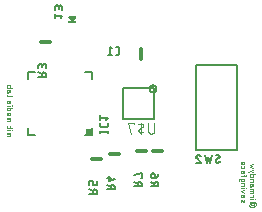
<source format=gbo>
G04 EAGLE Gerber RS-274X export*
G75*
%MOMM*%
%FSLAX34Y34*%
%LPD*%
%INBottom Silkscreen*%
%IPPOS*%
%AMOC8*
5,1,8,0,0,1.08239X$1,22.5*%
G01*
%ADD10C,0.050800*%
%ADD11C,0.304800*%
%ADD12C,0.152400*%
%ADD13C,0.076200*%
%ADD14C,0.127000*%
%ADD15R,0.762000X0.127000*%
%ADD16R,0.500000X0.500000*%

G36*
X68619Y275976D02*
X68619Y275976D01*
X68639Y275974D01*
X68740Y275999D01*
X68842Y276018D01*
X68859Y276028D01*
X68878Y276032D01*
X68966Y276088D01*
X69056Y276139D01*
X69073Y276156D01*
X69086Y276164D01*
X69106Y276189D01*
X69174Y276257D01*
X71714Y279432D01*
X71729Y279458D01*
X71750Y279480D01*
X71789Y279565D01*
X71835Y279647D01*
X71841Y279676D01*
X71853Y279703D01*
X71863Y279796D01*
X71881Y279888D01*
X71877Y279918D01*
X71880Y279947D01*
X71860Y280039D01*
X71848Y280132D01*
X71834Y280159D01*
X71828Y280188D01*
X71780Y280268D01*
X71738Y280352D01*
X71717Y280373D01*
X71702Y280399D01*
X71630Y280460D01*
X71564Y280526D01*
X71538Y280539D01*
X71515Y280559D01*
X71428Y280594D01*
X71344Y280636D01*
X71314Y280640D01*
X71287Y280651D01*
X71120Y280669D01*
X66040Y280669D01*
X66011Y280664D01*
X65981Y280667D01*
X65890Y280645D01*
X65797Y280630D01*
X65771Y280616D01*
X65742Y280609D01*
X65663Y280558D01*
X65580Y280514D01*
X65559Y280493D01*
X65534Y280477D01*
X65475Y280404D01*
X65411Y280336D01*
X65398Y280309D01*
X65379Y280286D01*
X65346Y280198D01*
X65307Y280113D01*
X65304Y280083D01*
X65293Y280056D01*
X65290Y279962D01*
X65280Y279869D01*
X65286Y279839D01*
X65285Y279810D01*
X65312Y279720D01*
X65332Y279628D01*
X65347Y279603D01*
X65356Y279574D01*
X65446Y279432D01*
X67986Y276257D01*
X68063Y276188D01*
X68136Y276115D01*
X68154Y276106D01*
X68168Y276093D01*
X68264Y276051D01*
X68356Y276005D01*
X68376Y276003D01*
X68394Y275995D01*
X68497Y275986D01*
X68600Y275972D01*
X68619Y275976D01*
G37*
D10*
X222504Y122428D02*
X222504Y121666D01*
X222502Y121612D01*
X222496Y121558D01*
X222487Y121504D01*
X222473Y121451D01*
X222456Y121400D01*
X222435Y121349D01*
X222411Y121301D01*
X222383Y121254D01*
X222352Y121209D01*
X222318Y121167D01*
X222281Y121127D01*
X222241Y121090D01*
X222199Y121056D01*
X222154Y121025D01*
X222107Y120997D01*
X222059Y120973D01*
X222008Y120952D01*
X221957Y120935D01*
X221904Y120921D01*
X221850Y120912D01*
X221796Y120906D01*
X221742Y120904D01*
X220218Y120904D01*
X220164Y120906D01*
X220110Y120912D01*
X220056Y120921D01*
X220003Y120935D01*
X219952Y120952D01*
X219901Y120973D01*
X219853Y120997D01*
X219806Y121025D01*
X219761Y121056D01*
X219719Y121090D01*
X219679Y121127D01*
X219642Y121167D01*
X219608Y121209D01*
X219577Y121254D01*
X219549Y121301D01*
X219525Y121349D01*
X219504Y121400D01*
X219487Y121451D01*
X219473Y121504D01*
X219464Y121558D01*
X219458Y121612D01*
X219456Y121666D01*
X219458Y121720D01*
X219464Y121774D01*
X219473Y121828D01*
X219487Y121881D01*
X219504Y121932D01*
X219525Y121983D01*
X219549Y122031D01*
X219577Y122078D01*
X219608Y122123D01*
X219642Y122165D01*
X219679Y122205D01*
X219719Y122242D01*
X219761Y122276D01*
X219806Y122307D01*
X219853Y122335D01*
X219901Y122359D01*
X219952Y122380D01*
X220003Y122397D01*
X220056Y122411D01*
X220110Y122420D01*
X220164Y122426D01*
X220218Y122428D01*
X220091Y122428D02*
X222504Y122428D01*
X220091Y122428D02*
X220042Y122430D01*
X219994Y122435D01*
X219946Y122445D01*
X219899Y122458D01*
X219854Y122474D01*
X219809Y122494D01*
X219767Y122517D01*
X219726Y122544D01*
X219687Y122573D01*
X219651Y122605D01*
X219617Y122641D01*
X219586Y122678D01*
X219558Y122718D01*
X219533Y122760D01*
X219512Y122803D01*
X219493Y122848D01*
X219479Y122895D01*
X219468Y122942D01*
X219460Y122990D01*
X219456Y123039D01*
X219456Y123087D01*
X219460Y123136D01*
X219468Y123184D01*
X219479Y123231D01*
X219493Y123278D01*
X219512Y123323D01*
X219533Y123366D01*
X219558Y123408D01*
X219586Y123448D01*
X219617Y123485D01*
X219651Y123521D01*
X219687Y123553D01*
X219726Y123582D01*
X219767Y123609D01*
X219809Y123632D01*
X219854Y123652D01*
X219899Y123668D01*
X219946Y123681D01*
X219994Y123691D01*
X220042Y123696D01*
X220091Y123698D01*
X221996Y123698D01*
X222085Y123696D01*
X222173Y123690D01*
X222261Y123681D01*
X222349Y123667D01*
X222436Y123650D01*
X222522Y123629D01*
X222607Y123604D01*
X222691Y123575D01*
X222774Y123543D01*
X222855Y123508D01*
X222934Y123468D01*
X223012Y123426D01*
X223088Y123380D01*
X223162Y123331D01*
X223233Y123278D01*
X223302Y123223D01*
X223369Y123164D01*
X223433Y123103D01*
X223494Y123039D01*
X223553Y122972D01*
X223608Y122903D01*
X223661Y122832D01*
X223710Y122758D01*
X223756Y122682D01*
X223798Y122604D01*
X223838Y122525D01*
X223873Y122444D01*
X223905Y122361D01*
X223934Y122277D01*
X223959Y122192D01*
X223980Y122106D01*
X223997Y122019D01*
X224011Y121931D01*
X224020Y121843D01*
X224026Y121755D01*
X224028Y121666D01*
X224026Y121577D01*
X224020Y121489D01*
X224011Y121401D01*
X223997Y121313D01*
X223980Y121226D01*
X223959Y121140D01*
X223934Y121055D01*
X223905Y120971D01*
X223873Y120888D01*
X223838Y120807D01*
X223798Y120728D01*
X223756Y120650D01*
X223710Y120574D01*
X223661Y120500D01*
X223608Y120429D01*
X223553Y120360D01*
X223494Y120293D01*
X223433Y120229D01*
X223369Y120168D01*
X223302Y120109D01*
X223233Y120054D01*
X223162Y120001D01*
X223088Y119952D01*
X223012Y119906D01*
X222934Y119864D01*
X222855Y119824D01*
X222774Y119789D01*
X222691Y119757D01*
X222607Y119728D01*
X222522Y119703D01*
X222436Y119682D01*
X222349Y119665D01*
X222261Y119651D01*
X222173Y119642D01*
X222085Y119636D01*
X221996Y119634D01*
X219837Y119634D01*
X219750Y119636D01*
X219663Y119642D01*
X219577Y119652D01*
X219491Y119666D01*
X219406Y119683D01*
X219322Y119705D01*
X219239Y119730D01*
X219157Y119759D01*
X219076Y119792D01*
X218997Y119828D01*
X218920Y119868D01*
X218845Y119912D01*
X218772Y119959D01*
X218701Y120009D01*
X218632Y120062D01*
X218566Y120118D01*
X218502Y120178D01*
X218442Y120240D01*
X218384Y120305D01*
X218329Y120372D01*
X218277Y120442D01*
X218229Y120514D01*
X218183Y120588D01*
X218142Y120664D01*
X218103Y120743D01*
X218069Y120822D01*
X218038Y120903D01*
X218010Y120986D01*
X217987Y121070D01*
X217967Y121154D01*
X217951Y121240D01*
X217939Y121326D01*
X217932Y121412D01*
X218694Y125933D02*
X221742Y125933D01*
X223012Y125806D02*
X223266Y125806D01*
X223266Y126060D01*
X223012Y126060D01*
X223012Y125806D01*
X221742Y127995D02*
X218694Y127995D01*
X221742Y127995D02*
X221742Y129519D01*
X221234Y129519D01*
X221742Y131267D02*
X218694Y131267D01*
X221742Y131267D02*
X221742Y133553D01*
X221740Y133607D01*
X221734Y133661D01*
X221725Y133715D01*
X221711Y133768D01*
X221694Y133819D01*
X221673Y133870D01*
X221649Y133918D01*
X221621Y133965D01*
X221590Y134010D01*
X221556Y134052D01*
X221519Y134092D01*
X221479Y134129D01*
X221437Y134163D01*
X221392Y134194D01*
X221345Y134222D01*
X221297Y134246D01*
X221246Y134267D01*
X221195Y134284D01*
X221142Y134298D01*
X221088Y134307D01*
X221034Y134313D01*
X220980Y134315D01*
X218694Y134315D01*
X218694Y132791D02*
X221742Y132791D01*
X220472Y137362D02*
X220472Y138505D01*
X220472Y137362D02*
X220470Y137304D01*
X220464Y137246D01*
X220455Y137189D01*
X220442Y137132D01*
X220425Y137076D01*
X220404Y137022D01*
X220380Y136969D01*
X220353Y136918D01*
X220322Y136868D01*
X220288Y136821D01*
X220251Y136776D01*
X220212Y136733D01*
X220169Y136694D01*
X220124Y136657D01*
X220077Y136623D01*
X220028Y136592D01*
X219976Y136565D01*
X219923Y136541D01*
X219869Y136520D01*
X219813Y136503D01*
X219756Y136490D01*
X219699Y136481D01*
X219641Y136475D01*
X219583Y136473D01*
X219525Y136475D01*
X219467Y136481D01*
X219410Y136490D01*
X219353Y136503D01*
X219297Y136520D01*
X219243Y136541D01*
X219190Y136565D01*
X219139Y136592D01*
X219089Y136623D01*
X219042Y136657D01*
X218997Y136694D01*
X218954Y136733D01*
X218915Y136776D01*
X218878Y136821D01*
X218844Y136868D01*
X218813Y136918D01*
X218786Y136969D01*
X218762Y137022D01*
X218741Y137076D01*
X218724Y137132D01*
X218711Y137189D01*
X218702Y137246D01*
X218696Y137304D01*
X218694Y137362D01*
X218694Y138505D01*
X220980Y138505D01*
X221034Y138503D01*
X221088Y138497D01*
X221142Y138488D01*
X221195Y138474D01*
X221246Y138457D01*
X221297Y138436D01*
X221345Y138412D01*
X221392Y138384D01*
X221437Y138353D01*
X221479Y138319D01*
X221519Y138282D01*
X221556Y138242D01*
X221590Y138200D01*
X221621Y138155D01*
X221649Y138108D01*
X221673Y138060D01*
X221694Y138009D01*
X221711Y137958D01*
X221725Y137905D01*
X221734Y137851D01*
X221740Y137797D01*
X221742Y137743D01*
X221742Y136727D01*
X221742Y140767D02*
X218694Y140767D01*
X221742Y140767D02*
X221742Y142037D01*
X221740Y142091D01*
X221734Y142145D01*
X221725Y142199D01*
X221711Y142252D01*
X221694Y142303D01*
X221673Y142354D01*
X221649Y142402D01*
X221621Y142449D01*
X221590Y142494D01*
X221556Y142536D01*
X221519Y142576D01*
X221479Y142613D01*
X221437Y142647D01*
X221392Y142678D01*
X221345Y142706D01*
X221297Y142730D01*
X221246Y142751D01*
X221195Y142768D01*
X221142Y142782D01*
X221088Y142791D01*
X221034Y142797D01*
X220980Y142799D01*
X218694Y142799D01*
X218694Y146887D02*
X223266Y146887D01*
X218694Y146887D02*
X218694Y145617D01*
X218696Y145563D01*
X218702Y145509D01*
X218711Y145455D01*
X218725Y145402D01*
X218742Y145351D01*
X218763Y145300D01*
X218787Y145252D01*
X218815Y145205D01*
X218846Y145160D01*
X218880Y145118D01*
X218917Y145078D01*
X218957Y145041D01*
X218999Y145007D01*
X219044Y144976D01*
X219091Y144948D01*
X219139Y144924D01*
X219190Y144903D01*
X219241Y144886D01*
X219294Y144872D01*
X219348Y144863D01*
X219402Y144857D01*
X219456Y144855D01*
X220980Y144855D01*
X221034Y144857D01*
X221088Y144863D01*
X221142Y144872D01*
X221195Y144886D01*
X221246Y144903D01*
X221297Y144924D01*
X221345Y144948D01*
X221392Y144976D01*
X221437Y145007D01*
X221479Y145041D01*
X221519Y145078D01*
X221556Y145118D01*
X221590Y145160D01*
X221621Y145205D01*
X221649Y145252D01*
X221673Y145300D01*
X221694Y145351D01*
X221711Y145402D01*
X221725Y145455D01*
X221734Y145509D01*
X221740Y145563D01*
X221742Y145617D01*
X221742Y146887D01*
X217170Y148844D02*
X217170Y149352D01*
X221742Y150876D01*
X221742Y148844D02*
X218694Y149860D01*
X218694Y153365D02*
X221742Y152603D01*
X220726Y154127D02*
X218694Y153365D01*
X218694Y154889D02*
X220726Y154127D01*
X221742Y155651D02*
X218694Y154889D01*
X212344Y125222D02*
X212852Y123952D01*
X212851Y123952D02*
X212872Y123906D01*
X212896Y123861D01*
X212924Y123819D01*
X212954Y123778D01*
X212988Y123740D01*
X213025Y123705D01*
X213064Y123673D01*
X213105Y123643D01*
X213149Y123618D01*
X213195Y123595D01*
X213242Y123576D01*
X213290Y123561D01*
X213340Y123550D01*
X213390Y123542D01*
X213441Y123538D01*
X213491Y123539D01*
X213542Y123543D01*
X213592Y123551D01*
X213642Y123563D01*
X213690Y123578D01*
X213737Y123598D01*
X213782Y123621D01*
X213826Y123647D01*
X213867Y123676D01*
X213906Y123709D01*
X213942Y123745D01*
X213976Y123783D01*
X214006Y123824D01*
X214033Y123866D01*
X214057Y123911D01*
X214077Y123958D01*
X214094Y124006D01*
X214107Y124055D01*
X214116Y124105D01*
X214121Y124156D01*
X214122Y124206D01*
X214118Y124313D01*
X214111Y124420D01*
X214099Y124527D01*
X214084Y124633D01*
X214064Y124738D01*
X214041Y124843D01*
X214014Y124946D01*
X213983Y125049D01*
X213948Y125150D01*
X213910Y125250D01*
X213868Y125349D01*
X212345Y125222D02*
X212324Y125268D01*
X212300Y125313D01*
X212272Y125355D01*
X212242Y125396D01*
X212208Y125434D01*
X212171Y125469D01*
X212132Y125501D01*
X212091Y125531D01*
X212047Y125556D01*
X212001Y125579D01*
X211954Y125598D01*
X211906Y125613D01*
X211856Y125624D01*
X211806Y125632D01*
X211755Y125636D01*
X211705Y125635D01*
X211654Y125631D01*
X211604Y125623D01*
X211554Y125611D01*
X211506Y125596D01*
X211459Y125576D01*
X211414Y125553D01*
X211370Y125527D01*
X211329Y125498D01*
X211290Y125465D01*
X211254Y125429D01*
X211220Y125391D01*
X211190Y125350D01*
X211163Y125308D01*
X211139Y125263D01*
X211119Y125216D01*
X211102Y125168D01*
X211089Y125119D01*
X211080Y125069D01*
X211075Y125018D01*
X211074Y124968D01*
X211073Y124968D02*
X211077Y124839D01*
X211085Y124709D01*
X211097Y124580D01*
X211112Y124451D01*
X211131Y124323D01*
X211155Y124196D01*
X211182Y124069D01*
X211212Y123943D01*
X211247Y123818D01*
X211285Y123694D01*
X211327Y123571D01*
X212852Y128396D02*
X212852Y129539D01*
X212852Y128396D02*
X212850Y128338D01*
X212844Y128280D01*
X212835Y128223D01*
X212822Y128166D01*
X212805Y128110D01*
X212784Y128056D01*
X212760Y128003D01*
X212733Y127952D01*
X212702Y127902D01*
X212668Y127855D01*
X212631Y127810D01*
X212592Y127767D01*
X212549Y127728D01*
X212504Y127691D01*
X212457Y127657D01*
X212408Y127626D01*
X212356Y127599D01*
X212303Y127575D01*
X212249Y127554D01*
X212193Y127537D01*
X212136Y127524D01*
X212079Y127515D01*
X212021Y127509D01*
X211963Y127507D01*
X211905Y127509D01*
X211847Y127515D01*
X211790Y127524D01*
X211733Y127537D01*
X211677Y127554D01*
X211623Y127575D01*
X211570Y127599D01*
X211519Y127626D01*
X211469Y127657D01*
X211422Y127691D01*
X211377Y127728D01*
X211334Y127767D01*
X211295Y127810D01*
X211258Y127855D01*
X211224Y127902D01*
X211193Y127952D01*
X211166Y128003D01*
X211142Y128056D01*
X211121Y128110D01*
X211104Y128166D01*
X211091Y128223D01*
X211082Y128280D01*
X211076Y128338D01*
X211074Y128396D01*
X211074Y129539D01*
X213360Y129539D01*
X213414Y129537D01*
X213468Y129531D01*
X213522Y129522D01*
X213575Y129508D01*
X213626Y129491D01*
X213677Y129470D01*
X213725Y129446D01*
X213772Y129418D01*
X213817Y129387D01*
X213859Y129353D01*
X213899Y129316D01*
X213936Y129276D01*
X213970Y129234D01*
X214001Y129189D01*
X214029Y129142D01*
X214053Y129094D01*
X214074Y129043D01*
X214091Y128992D01*
X214105Y128939D01*
X214114Y128885D01*
X214120Y128831D01*
X214122Y128777D01*
X214122Y127761D01*
X214122Y131496D02*
X211074Y132512D01*
X214122Y133528D01*
X214122Y135255D02*
X211074Y135255D01*
X215392Y135128D02*
X215646Y135128D01*
X215646Y135382D01*
X215392Y135382D01*
X215392Y135128D01*
X214122Y137287D02*
X211074Y137287D01*
X214122Y137287D02*
X214122Y138557D01*
X214120Y138611D01*
X214114Y138665D01*
X214105Y138719D01*
X214091Y138772D01*
X214074Y138823D01*
X214053Y138874D01*
X214029Y138922D01*
X214001Y138969D01*
X213970Y139014D01*
X213936Y139056D01*
X213899Y139096D01*
X213859Y139133D01*
X213817Y139167D01*
X213772Y139198D01*
X213725Y139226D01*
X213677Y139250D01*
X213626Y139271D01*
X213575Y139288D01*
X213522Y139302D01*
X213468Y139311D01*
X213414Y139317D01*
X213360Y139319D01*
X211074Y139319D01*
X211074Y142137D02*
X211074Y143407D01*
X211074Y142137D02*
X211076Y142083D01*
X211082Y142029D01*
X211091Y141975D01*
X211105Y141922D01*
X211122Y141871D01*
X211143Y141820D01*
X211167Y141772D01*
X211195Y141725D01*
X211226Y141680D01*
X211260Y141638D01*
X211297Y141598D01*
X211337Y141561D01*
X211379Y141527D01*
X211424Y141496D01*
X211471Y141468D01*
X211519Y141444D01*
X211570Y141423D01*
X211621Y141406D01*
X211674Y141392D01*
X211728Y141383D01*
X211782Y141377D01*
X211836Y141375D01*
X213360Y141375D01*
X213414Y141377D01*
X213468Y141383D01*
X213522Y141392D01*
X213575Y141406D01*
X213626Y141423D01*
X213677Y141444D01*
X213725Y141468D01*
X213772Y141496D01*
X213817Y141527D01*
X213859Y141561D01*
X213899Y141598D01*
X213936Y141638D01*
X213970Y141680D01*
X214001Y141725D01*
X214029Y141772D01*
X214053Y141820D01*
X214074Y141871D01*
X214091Y141922D01*
X214105Y141975D01*
X214114Y142029D01*
X214120Y142083D01*
X214122Y142137D01*
X214122Y143407D01*
X210312Y143407D01*
X210258Y143405D01*
X210204Y143399D01*
X210150Y143390D01*
X210097Y143376D01*
X210046Y143359D01*
X209995Y143338D01*
X209947Y143314D01*
X209900Y143286D01*
X209855Y143255D01*
X209813Y143221D01*
X209773Y143184D01*
X209736Y143144D01*
X209702Y143102D01*
X209671Y143057D01*
X209643Y143010D01*
X209619Y142962D01*
X209598Y142911D01*
X209581Y142860D01*
X209567Y142807D01*
X209558Y142753D01*
X209552Y142699D01*
X209550Y142645D01*
X209550Y141629D01*
X211074Y145760D02*
X214884Y145760D01*
X214938Y145762D01*
X214992Y145768D01*
X215046Y145777D01*
X215099Y145791D01*
X215150Y145808D01*
X215201Y145829D01*
X215249Y145853D01*
X215296Y145881D01*
X215341Y145912D01*
X215383Y145946D01*
X215423Y145983D01*
X215460Y146023D01*
X215494Y146065D01*
X215525Y146110D01*
X215553Y146157D01*
X215577Y146205D01*
X215598Y146256D01*
X215615Y146307D01*
X215629Y146360D01*
X215638Y146414D01*
X215644Y146468D01*
X215646Y146522D01*
X215646Y146776D01*
X214122Y146776D02*
X214122Y145252D01*
X212852Y148970D02*
X212852Y150113D01*
X212852Y148970D02*
X212850Y148912D01*
X212844Y148854D01*
X212835Y148797D01*
X212822Y148740D01*
X212805Y148684D01*
X212784Y148630D01*
X212760Y148577D01*
X212733Y148526D01*
X212702Y148476D01*
X212668Y148429D01*
X212631Y148384D01*
X212592Y148341D01*
X212549Y148302D01*
X212504Y148265D01*
X212457Y148231D01*
X212408Y148200D01*
X212356Y148173D01*
X212303Y148149D01*
X212249Y148128D01*
X212193Y148111D01*
X212136Y148098D01*
X212079Y148089D01*
X212021Y148083D01*
X211963Y148081D01*
X211905Y148083D01*
X211847Y148089D01*
X211790Y148098D01*
X211733Y148111D01*
X211677Y148128D01*
X211623Y148149D01*
X211570Y148173D01*
X211519Y148200D01*
X211469Y148231D01*
X211422Y148265D01*
X211377Y148302D01*
X211334Y148341D01*
X211295Y148384D01*
X211258Y148429D01*
X211224Y148476D01*
X211193Y148526D01*
X211166Y148577D01*
X211142Y148630D01*
X211121Y148684D01*
X211104Y148740D01*
X211091Y148797D01*
X211082Y148854D01*
X211076Y148912D01*
X211074Y148970D01*
X211074Y150113D01*
X213360Y150113D01*
X213414Y150111D01*
X213468Y150105D01*
X213522Y150096D01*
X213575Y150082D01*
X213626Y150065D01*
X213677Y150044D01*
X213725Y150020D01*
X213772Y149992D01*
X213817Y149961D01*
X213859Y149927D01*
X213899Y149890D01*
X213936Y149850D01*
X213970Y149808D01*
X214001Y149763D01*
X214029Y149716D01*
X214053Y149668D01*
X214074Y149617D01*
X214091Y149566D01*
X214105Y149513D01*
X214114Y149459D01*
X214120Y149405D01*
X214122Y149351D01*
X214122Y148335D01*
X211074Y152990D02*
X211074Y154006D01*
X211074Y152990D02*
X211076Y152936D01*
X211082Y152882D01*
X211091Y152828D01*
X211105Y152775D01*
X211122Y152724D01*
X211143Y152673D01*
X211167Y152625D01*
X211195Y152578D01*
X211226Y152533D01*
X211260Y152491D01*
X211297Y152451D01*
X211337Y152414D01*
X211379Y152380D01*
X211424Y152349D01*
X211471Y152321D01*
X211519Y152297D01*
X211570Y152276D01*
X211621Y152259D01*
X211674Y152245D01*
X211728Y152236D01*
X211782Y152230D01*
X211836Y152228D01*
X213360Y152228D01*
X213414Y152230D01*
X213468Y152236D01*
X213522Y152245D01*
X213575Y152259D01*
X213626Y152276D01*
X213677Y152297D01*
X213725Y152321D01*
X213772Y152349D01*
X213817Y152380D01*
X213859Y152414D01*
X213899Y152451D01*
X213936Y152491D01*
X213970Y152533D01*
X214001Y152578D01*
X214029Y152625D01*
X214053Y152673D01*
X214074Y152724D01*
X214091Y152775D01*
X214105Y152828D01*
X214114Y152882D01*
X214120Y152936D01*
X214122Y152990D01*
X214122Y154006D01*
X211074Y156489D02*
X211074Y157759D01*
X211074Y156489D02*
X211076Y156435D01*
X211082Y156381D01*
X211091Y156327D01*
X211105Y156274D01*
X211122Y156223D01*
X211143Y156172D01*
X211167Y156124D01*
X211195Y156077D01*
X211226Y156032D01*
X211260Y155990D01*
X211297Y155950D01*
X211337Y155913D01*
X211379Y155879D01*
X211424Y155848D01*
X211471Y155820D01*
X211519Y155796D01*
X211570Y155775D01*
X211621Y155758D01*
X211674Y155744D01*
X211728Y155735D01*
X211782Y155729D01*
X211836Y155727D01*
X213106Y155727D01*
X213169Y155729D01*
X213231Y155735D01*
X213293Y155744D01*
X213354Y155758D01*
X213414Y155775D01*
X213473Y155796D01*
X213531Y155820D01*
X213587Y155848D01*
X213641Y155879D01*
X213693Y155914D01*
X213743Y155951D01*
X213790Y155992D01*
X213835Y156036D01*
X213878Y156082D01*
X213917Y156131D01*
X213953Y156182D01*
X213986Y156235D01*
X214015Y156290D01*
X214042Y156347D01*
X214064Y156405D01*
X214083Y156465D01*
X214098Y156526D01*
X214110Y156587D01*
X214118Y156649D01*
X214122Y156712D01*
X214122Y156774D01*
X214118Y156837D01*
X214110Y156899D01*
X214098Y156960D01*
X214083Y157021D01*
X214064Y157081D01*
X214042Y157139D01*
X214015Y157196D01*
X213986Y157251D01*
X213953Y157304D01*
X213917Y157355D01*
X213878Y157404D01*
X213835Y157450D01*
X213790Y157494D01*
X213743Y157535D01*
X213693Y157572D01*
X213641Y157607D01*
X213587Y157638D01*
X213531Y157666D01*
X213473Y157690D01*
X213414Y157711D01*
X213354Y157728D01*
X213293Y157742D01*
X213231Y157751D01*
X213169Y157757D01*
X213106Y157759D01*
X212598Y157759D01*
X212598Y155727D01*
X16002Y179324D02*
X12954Y179324D01*
X16002Y179324D02*
X16002Y181610D01*
X16000Y181664D01*
X15994Y181718D01*
X15985Y181772D01*
X15971Y181825D01*
X15954Y181876D01*
X15933Y181927D01*
X15909Y181975D01*
X15881Y182022D01*
X15850Y182067D01*
X15816Y182109D01*
X15779Y182149D01*
X15739Y182186D01*
X15697Y182220D01*
X15652Y182251D01*
X15605Y182279D01*
X15557Y182303D01*
X15506Y182324D01*
X15455Y182341D01*
X15402Y182355D01*
X15348Y182364D01*
X15294Y182370D01*
X15240Y182372D01*
X12954Y182372D01*
X12954Y180848D02*
X16002Y180848D01*
X16002Y184506D02*
X12954Y184506D01*
X17272Y184379D02*
X17526Y184379D01*
X17526Y184633D01*
X17272Y184633D01*
X17272Y184379D01*
X16002Y185988D02*
X16002Y187512D01*
X17526Y186496D02*
X13716Y186496D01*
X13662Y186498D01*
X13608Y186504D01*
X13554Y186513D01*
X13501Y186527D01*
X13450Y186544D01*
X13399Y186565D01*
X13351Y186589D01*
X13304Y186617D01*
X13259Y186648D01*
X13217Y186682D01*
X13177Y186719D01*
X13140Y186759D01*
X13106Y186801D01*
X13075Y186846D01*
X13047Y186893D01*
X13023Y186941D01*
X13002Y186992D01*
X12985Y187043D01*
X12971Y187096D01*
X12962Y187150D01*
X12956Y187204D01*
X12954Y187258D01*
X12954Y187512D01*
X12954Y191973D02*
X16002Y191973D01*
X16002Y194259D01*
X16000Y194313D01*
X15994Y194367D01*
X15985Y194421D01*
X15971Y194474D01*
X15954Y194525D01*
X15933Y194576D01*
X15909Y194624D01*
X15881Y194671D01*
X15850Y194716D01*
X15816Y194758D01*
X15779Y194798D01*
X15739Y194835D01*
X15697Y194869D01*
X15652Y194900D01*
X15605Y194928D01*
X15557Y194952D01*
X15506Y194973D01*
X15455Y194990D01*
X15402Y195004D01*
X15348Y195013D01*
X15294Y195019D01*
X15240Y195021D01*
X12954Y195021D01*
X12954Y193497D02*
X16002Y193497D01*
X12954Y197967D02*
X12954Y199237D01*
X12954Y197967D02*
X12956Y197913D01*
X12962Y197859D01*
X12971Y197805D01*
X12985Y197752D01*
X13002Y197701D01*
X13023Y197650D01*
X13047Y197602D01*
X13075Y197555D01*
X13106Y197510D01*
X13140Y197468D01*
X13177Y197428D01*
X13217Y197391D01*
X13259Y197357D01*
X13304Y197326D01*
X13351Y197298D01*
X13399Y197274D01*
X13450Y197253D01*
X13501Y197236D01*
X13554Y197222D01*
X13608Y197213D01*
X13662Y197207D01*
X13716Y197205D01*
X14986Y197205D01*
X15049Y197207D01*
X15111Y197213D01*
X15173Y197222D01*
X15234Y197236D01*
X15294Y197253D01*
X15353Y197274D01*
X15411Y197298D01*
X15467Y197326D01*
X15521Y197357D01*
X15573Y197392D01*
X15623Y197429D01*
X15670Y197470D01*
X15715Y197514D01*
X15758Y197560D01*
X15797Y197609D01*
X15833Y197660D01*
X15866Y197713D01*
X15895Y197768D01*
X15922Y197825D01*
X15944Y197883D01*
X15963Y197943D01*
X15978Y198004D01*
X15990Y198065D01*
X15998Y198127D01*
X16002Y198190D01*
X16002Y198252D01*
X15998Y198315D01*
X15990Y198377D01*
X15978Y198438D01*
X15963Y198499D01*
X15944Y198559D01*
X15922Y198617D01*
X15895Y198674D01*
X15866Y198729D01*
X15833Y198782D01*
X15797Y198833D01*
X15758Y198882D01*
X15715Y198928D01*
X15670Y198972D01*
X15623Y199013D01*
X15573Y199050D01*
X15521Y199085D01*
X15467Y199116D01*
X15411Y199144D01*
X15353Y199168D01*
X15294Y199189D01*
X15234Y199206D01*
X15173Y199220D01*
X15111Y199229D01*
X15049Y199235D01*
X14986Y199237D01*
X14478Y199237D01*
X14478Y197205D01*
X12954Y203173D02*
X17526Y203173D01*
X12954Y203173D02*
X12954Y201903D01*
X12956Y201849D01*
X12962Y201795D01*
X12971Y201741D01*
X12985Y201688D01*
X13002Y201637D01*
X13023Y201586D01*
X13047Y201538D01*
X13075Y201491D01*
X13106Y201446D01*
X13140Y201404D01*
X13177Y201364D01*
X13217Y201327D01*
X13259Y201293D01*
X13304Y201262D01*
X13351Y201234D01*
X13399Y201210D01*
X13450Y201189D01*
X13501Y201172D01*
X13554Y201158D01*
X13608Y201149D01*
X13662Y201143D01*
X13716Y201141D01*
X15240Y201141D01*
X15294Y201143D01*
X15348Y201149D01*
X15402Y201158D01*
X15455Y201172D01*
X15506Y201189D01*
X15557Y201210D01*
X15605Y201234D01*
X15652Y201262D01*
X15697Y201293D01*
X15739Y201327D01*
X15779Y201364D01*
X15816Y201404D01*
X15850Y201446D01*
X15881Y201491D01*
X15909Y201538D01*
X15933Y201586D01*
X15954Y201637D01*
X15971Y201688D01*
X15985Y201741D01*
X15994Y201795D01*
X16000Y201849D01*
X16002Y201903D01*
X16002Y203173D01*
X16002Y205232D02*
X12954Y205232D01*
X17272Y205105D02*
X17526Y205105D01*
X17526Y205359D01*
X17272Y205359D01*
X17272Y205105D01*
X14732Y207974D02*
X14732Y209117D01*
X14732Y207974D02*
X14730Y207916D01*
X14724Y207858D01*
X14715Y207801D01*
X14702Y207744D01*
X14685Y207688D01*
X14664Y207634D01*
X14640Y207581D01*
X14613Y207530D01*
X14582Y207480D01*
X14548Y207433D01*
X14511Y207388D01*
X14472Y207345D01*
X14429Y207306D01*
X14384Y207269D01*
X14337Y207235D01*
X14288Y207204D01*
X14236Y207177D01*
X14183Y207153D01*
X14129Y207132D01*
X14073Y207115D01*
X14016Y207102D01*
X13959Y207093D01*
X13901Y207087D01*
X13843Y207085D01*
X13785Y207087D01*
X13727Y207093D01*
X13670Y207102D01*
X13613Y207115D01*
X13557Y207132D01*
X13503Y207153D01*
X13450Y207177D01*
X13399Y207204D01*
X13349Y207235D01*
X13302Y207269D01*
X13257Y207306D01*
X13214Y207345D01*
X13175Y207388D01*
X13138Y207433D01*
X13104Y207480D01*
X13073Y207530D01*
X13046Y207581D01*
X13022Y207634D01*
X13001Y207688D01*
X12984Y207744D01*
X12971Y207801D01*
X12962Y207858D01*
X12956Y207916D01*
X12954Y207974D01*
X12954Y209117D01*
X15240Y209117D01*
X15294Y209115D01*
X15348Y209109D01*
X15402Y209100D01*
X15455Y209086D01*
X15506Y209069D01*
X15557Y209048D01*
X15605Y209024D01*
X15652Y208996D01*
X15697Y208965D01*
X15739Y208931D01*
X15779Y208894D01*
X15816Y208854D01*
X15850Y208812D01*
X15881Y208767D01*
X15909Y208720D01*
X15933Y208672D01*
X15954Y208621D01*
X15971Y208570D01*
X15985Y208517D01*
X15994Y208463D01*
X16000Y208409D01*
X16002Y208355D01*
X16002Y207339D01*
X17526Y213713D02*
X13716Y213713D01*
X13662Y213715D01*
X13608Y213721D01*
X13554Y213730D01*
X13501Y213744D01*
X13450Y213761D01*
X13399Y213782D01*
X13351Y213806D01*
X13304Y213834D01*
X13259Y213865D01*
X13217Y213899D01*
X13177Y213936D01*
X13140Y213976D01*
X13106Y214018D01*
X13075Y214063D01*
X13047Y214110D01*
X13023Y214158D01*
X13002Y214209D01*
X12985Y214260D01*
X12971Y214313D01*
X12962Y214367D01*
X12956Y214421D01*
X12954Y214475D01*
X14732Y216965D02*
X14732Y218108D01*
X14732Y216965D02*
X14730Y216907D01*
X14724Y216849D01*
X14715Y216792D01*
X14702Y216735D01*
X14685Y216679D01*
X14664Y216625D01*
X14640Y216572D01*
X14613Y216521D01*
X14582Y216471D01*
X14548Y216424D01*
X14511Y216379D01*
X14472Y216336D01*
X14429Y216297D01*
X14384Y216260D01*
X14337Y216226D01*
X14288Y216195D01*
X14236Y216168D01*
X14183Y216144D01*
X14129Y216123D01*
X14073Y216106D01*
X14016Y216093D01*
X13959Y216084D01*
X13901Y216078D01*
X13843Y216076D01*
X13785Y216078D01*
X13727Y216084D01*
X13670Y216093D01*
X13613Y216106D01*
X13557Y216123D01*
X13503Y216144D01*
X13450Y216168D01*
X13399Y216195D01*
X13349Y216226D01*
X13302Y216260D01*
X13257Y216297D01*
X13214Y216336D01*
X13175Y216379D01*
X13138Y216424D01*
X13104Y216471D01*
X13073Y216521D01*
X13046Y216572D01*
X13022Y216625D01*
X13001Y216679D01*
X12984Y216735D01*
X12971Y216792D01*
X12962Y216849D01*
X12956Y216907D01*
X12954Y216965D01*
X12954Y218108D01*
X15240Y218108D01*
X15294Y218106D01*
X15348Y218100D01*
X15402Y218091D01*
X15455Y218077D01*
X15506Y218060D01*
X15557Y218039D01*
X15605Y218015D01*
X15652Y217987D01*
X15697Y217956D01*
X15739Y217922D01*
X15779Y217885D01*
X15816Y217845D01*
X15850Y217803D01*
X15881Y217758D01*
X15909Y217711D01*
X15933Y217663D01*
X15954Y217612D01*
X15971Y217561D01*
X15985Y217508D01*
X15994Y217454D01*
X16000Y217400D01*
X16002Y217346D01*
X16002Y216330D01*
X17526Y220396D02*
X12954Y220396D01*
X12954Y221666D01*
X12956Y221720D01*
X12962Y221774D01*
X12971Y221828D01*
X12985Y221881D01*
X13002Y221932D01*
X13023Y221983D01*
X13047Y222031D01*
X13075Y222078D01*
X13106Y222123D01*
X13140Y222165D01*
X13177Y222205D01*
X13217Y222242D01*
X13259Y222276D01*
X13304Y222307D01*
X13351Y222335D01*
X13399Y222359D01*
X13450Y222380D01*
X13501Y222397D01*
X13554Y222411D01*
X13608Y222420D01*
X13662Y222426D01*
X13716Y222428D01*
X15240Y222428D01*
X15294Y222426D01*
X15348Y222420D01*
X15402Y222411D01*
X15455Y222397D01*
X15506Y222380D01*
X15557Y222359D01*
X15605Y222335D01*
X15652Y222307D01*
X15697Y222276D01*
X15739Y222242D01*
X15779Y222205D01*
X15816Y222165D01*
X15850Y222123D01*
X15881Y222078D01*
X15909Y222031D01*
X15933Y221983D01*
X15954Y221932D01*
X15971Y221881D01*
X15985Y221828D01*
X15994Y221774D01*
X16000Y221720D01*
X16002Y221666D01*
X16002Y220396D01*
D11*
X100140Y163830D02*
X108140Y163830D01*
D12*
X104648Y134383D02*
X98044Y134383D01*
X104648Y134383D02*
X104648Y136217D01*
X104646Y136302D01*
X104640Y136386D01*
X104630Y136470D01*
X104617Y136554D01*
X104599Y136637D01*
X104578Y136719D01*
X104553Y136800D01*
X104524Y136880D01*
X104492Y136958D01*
X104456Y137034D01*
X104416Y137109D01*
X104373Y137182D01*
X104327Y137253D01*
X104278Y137322D01*
X104225Y137389D01*
X104169Y137453D01*
X104111Y137514D01*
X104050Y137572D01*
X103986Y137628D01*
X103919Y137681D01*
X103850Y137730D01*
X103779Y137776D01*
X103706Y137819D01*
X103631Y137859D01*
X103555Y137895D01*
X103477Y137927D01*
X103397Y137956D01*
X103316Y137981D01*
X103234Y138002D01*
X103151Y138020D01*
X103067Y138033D01*
X102983Y138043D01*
X102899Y138049D01*
X102814Y138051D01*
X102729Y138049D01*
X102645Y138043D01*
X102561Y138033D01*
X102477Y138020D01*
X102394Y138002D01*
X102312Y137981D01*
X102231Y137956D01*
X102151Y137927D01*
X102073Y137895D01*
X101997Y137859D01*
X101922Y137819D01*
X101849Y137776D01*
X101778Y137730D01*
X101709Y137681D01*
X101642Y137628D01*
X101578Y137572D01*
X101517Y137514D01*
X101459Y137453D01*
X101403Y137389D01*
X101350Y137322D01*
X101301Y137253D01*
X101255Y137182D01*
X101212Y137109D01*
X101172Y137034D01*
X101136Y136958D01*
X101104Y136880D01*
X101075Y136800D01*
X101050Y136719D01*
X101029Y136637D01*
X101011Y136554D01*
X100998Y136470D01*
X100988Y136386D01*
X100982Y136302D01*
X100980Y136217D01*
X100979Y136217D02*
X100979Y134383D01*
X100979Y136584D02*
X98044Y138052D01*
X99512Y141619D02*
X104648Y143087D01*
X99512Y141619D02*
X99512Y145288D01*
X100979Y144187D02*
X98044Y144187D01*
D11*
X92900Y160020D02*
X84900Y160020D01*
D12*
X82804Y130573D02*
X89408Y130573D01*
X89408Y132407D01*
X89406Y132492D01*
X89400Y132576D01*
X89390Y132660D01*
X89377Y132744D01*
X89359Y132827D01*
X89338Y132909D01*
X89313Y132990D01*
X89284Y133070D01*
X89252Y133148D01*
X89216Y133224D01*
X89176Y133299D01*
X89133Y133372D01*
X89087Y133443D01*
X89038Y133512D01*
X88985Y133579D01*
X88929Y133643D01*
X88871Y133704D01*
X88810Y133762D01*
X88746Y133818D01*
X88679Y133871D01*
X88610Y133920D01*
X88539Y133966D01*
X88466Y134009D01*
X88391Y134049D01*
X88315Y134085D01*
X88237Y134117D01*
X88157Y134146D01*
X88076Y134171D01*
X87994Y134192D01*
X87911Y134210D01*
X87827Y134223D01*
X87743Y134233D01*
X87659Y134239D01*
X87574Y134241D01*
X87489Y134239D01*
X87405Y134233D01*
X87321Y134223D01*
X87237Y134210D01*
X87154Y134192D01*
X87072Y134171D01*
X86991Y134146D01*
X86911Y134117D01*
X86833Y134085D01*
X86757Y134049D01*
X86682Y134009D01*
X86609Y133966D01*
X86538Y133920D01*
X86469Y133871D01*
X86402Y133818D01*
X86338Y133762D01*
X86277Y133704D01*
X86219Y133643D01*
X86163Y133579D01*
X86110Y133512D01*
X86061Y133443D01*
X86015Y133372D01*
X85972Y133299D01*
X85932Y133224D01*
X85896Y133148D01*
X85864Y133070D01*
X85835Y132990D01*
X85810Y132909D01*
X85789Y132827D01*
X85771Y132744D01*
X85758Y132660D01*
X85748Y132576D01*
X85742Y132492D01*
X85740Y132407D01*
X85739Y132407D02*
X85739Y130573D01*
X85739Y132774D02*
X82804Y134242D01*
X82804Y137809D02*
X82804Y140010D01*
X82806Y140084D01*
X82812Y140159D01*
X82821Y140232D01*
X82834Y140306D01*
X82851Y140378D01*
X82871Y140449D01*
X82895Y140520D01*
X82923Y140589D01*
X82954Y140656D01*
X82988Y140722D01*
X83026Y140787D01*
X83067Y140849D01*
X83111Y140909D01*
X83158Y140966D01*
X83208Y141021D01*
X83261Y141074D01*
X83316Y141124D01*
X83373Y141171D01*
X83433Y141215D01*
X83495Y141256D01*
X83560Y141294D01*
X83625Y141328D01*
X83693Y141359D01*
X83762Y141387D01*
X83833Y141411D01*
X83904Y141431D01*
X83976Y141448D01*
X84050Y141461D01*
X84123Y141470D01*
X84198Y141476D01*
X84272Y141478D01*
X85005Y141478D01*
X85079Y141476D01*
X85154Y141470D01*
X85227Y141461D01*
X85301Y141448D01*
X85373Y141431D01*
X85444Y141411D01*
X85515Y141387D01*
X85584Y141359D01*
X85651Y141328D01*
X85717Y141294D01*
X85782Y141256D01*
X85844Y141215D01*
X85904Y141171D01*
X85961Y141124D01*
X86016Y141074D01*
X86069Y141021D01*
X86119Y140966D01*
X86166Y140909D01*
X86210Y140849D01*
X86251Y140787D01*
X86289Y140722D01*
X86323Y140656D01*
X86354Y140589D01*
X86382Y140520D01*
X86406Y140449D01*
X86426Y140378D01*
X86443Y140306D01*
X86456Y140232D01*
X86465Y140159D01*
X86471Y140084D01*
X86473Y140010D01*
X86473Y137809D01*
X89408Y137809D01*
X89408Y141478D01*
X111460Y220010D02*
X137460Y220010D01*
X111460Y220010D02*
X111460Y194010D01*
X137460Y194010D01*
X137460Y220010D01*
X134045Y219510D02*
X134047Y219618D01*
X134053Y219725D01*
X134063Y219833D01*
X134077Y219939D01*
X134095Y220046D01*
X134116Y220151D01*
X134142Y220256D01*
X134171Y220359D01*
X134205Y220462D01*
X134242Y220563D01*
X134283Y220663D01*
X134327Y220761D01*
X134375Y220857D01*
X134427Y220952D01*
X134482Y221045D01*
X134540Y221135D01*
X134602Y221223D01*
X134667Y221309D01*
X134735Y221393D01*
X134806Y221474D01*
X134880Y221552D01*
X134957Y221628D01*
X135036Y221700D01*
X135119Y221770D01*
X135203Y221836D01*
X135290Y221900D01*
X135380Y221960D01*
X135472Y222016D01*
X135565Y222070D01*
X135661Y222119D01*
X135758Y222166D01*
X135857Y222208D01*
X135957Y222247D01*
X136059Y222282D01*
X136162Y222314D01*
X136266Y222341D01*
X136372Y222365D01*
X136477Y222385D01*
X136584Y222401D01*
X136691Y222413D01*
X136798Y222421D01*
X136906Y222425D01*
X137014Y222425D01*
X137122Y222421D01*
X137229Y222413D01*
X137336Y222401D01*
X137443Y222385D01*
X137548Y222365D01*
X137654Y222341D01*
X137758Y222314D01*
X137861Y222282D01*
X137963Y222247D01*
X138063Y222208D01*
X138162Y222166D01*
X138259Y222119D01*
X138355Y222070D01*
X138448Y222016D01*
X138540Y221960D01*
X138630Y221900D01*
X138717Y221836D01*
X138801Y221770D01*
X138884Y221700D01*
X138963Y221628D01*
X139040Y221552D01*
X139114Y221474D01*
X139185Y221393D01*
X139253Y221309D01*
X139318Y221223D01*
X139380Y221135D01*
X139438Y221045D01*
X139493Y220952D01*
X139545Y220857D01*
X139593Y220761D01*
X139637Y220663D01*
X139678Y220563D01*
X139715Y220462D01*
X139749Y220359D01*
X139778Y220256D01*
X139804Y220151D01*
X139825Y220046D01*
X139843Y219939D01*
X139857Y219833D01*
X139867Y219725D01*
X139873Y219618D01*
X139875Y219510D01*
X139873Y219402D01*
X139867Y219295D01*
X139857Y219187D01*
X139843Y219081D01*
X139825Y218974D01*
X139804Y218869D01*
X139778Y218764D01*
X139749Y218661D01*
X139715Y218558D01*
X139678Y218457D01*
X139637Y218357D01*
X139593Y218259D01*
X139545Y218163D01*
X139493Y218068D01*
X139438Y217975D01*
X139380Y217885D01*
X139318Y217797D01*
X139253Y217711D01*
X139185Y217627D01*
X139114Y217546D01*
X139040Y217468D01*
X138963Y217392D01*
X138884Y217320D01*
X138801Y217250D01*
X138717Y217184D01*
X138630Y217120D01*
X138540Y217060D01*
X138448Y217004D01*
X138355Y216950D01*
X138259Y216901D01*
X138162Y216854D01*
X138063Y216812D01*
X137963Y216773D01*
X137861Y216738D01*
X137758Y216706D01*
X137654Y216679D01*
X137548Y216655D01*
X137443Y216635D01*
X137336Y216619D01*
X137229Y216607D01*
X137122Y216599D01*
X137014Y216595D01*
X136906Y216595D01*
X136798Y216599D01*
X136691Y216607D01*
X136584Y216619D01*
X136477Y216635D01*
X136372Y216655D01*
X136266Y216679D01*
X136162Y216706D01*
X136059Y216738D01*
X135957Y216773D01*
X135857Y216812D01*
X135758Y216854D01*
X135661Y216901D01*
X135565Y216950D01*
X135472Y217004D01*
X135380Y217060D01*
X135290Y217120D01*
X135203Y217184D01*
X135119Y217250D01*
X135036Y217320D01*
X134957Y217392D01*
X134880Y217468D01*
X134806Y217546D01*
X134735Y217627D01*
X134667Y217711D01*
X134602Y217797D01*
X134540Y217885D01*
X134482Y217975D01*
X134427Y218068D01*
X134375Y218163D01*
X134327Y218259D01*
X134283Y218357D01*
X134242Y218457D01*
X134205Y218558D01*
X134171Y218661D01*
X134142Y218764D01*
X134116Y218869D01*
X134095Y218974D01*
X134077Y219081D01*
X134063Y219187D01*
X134053Y219295D01*
X134047Y219402D01*
X134045Y219510D01*
D13*
X138079Y190789D02*
X138079Y184002D01*
X138077Y183901D01*
X138071Y183800D01*
X138061Y183699D01*
X138048Y183599D01*
X138030Y183499D01*
X138009Y183400D01*
X137983Y183302D01*
X137954Y183205D01*
X137922Y183109D01*
X137885Y183015D01*
X137845Y182922D01*
X137801Y182830D01*
X137754Y182741D01*
X137703Y182653D01*
X137649Y182567D01*
X137592Y182484D01*
X137532Y182402D01*
X137468Y182324D01*
X137402Y182247D01*
X137332Y182174D01*
X137260Y182103D01*
X137185Y182035D01*
X137107Y181970D01*
X137027Y181908D01*
X136945Y181849D01*
X136860Y181793D01*
X136773Y181741D01*
X136685Y181692D01*
X136594Y181646D01*
X136502Y181605D01*
X136408Y181566D01*
X136313Y181532D01*
X136217Y181501D01*
X136119Y181474D01*
X136021Y181450D01*
X135921Y181431D01*
X135821Y181415D01*
X135721Y181403D01*
X135620Y181395D01*
X135519Y181391D01*
X135417Y181391D01*
X135316Y181395D01*
X135215Y181403D01*
X135115Y181415D01*
X135015Y181431D01*
X134915Y181450D01*
X134817Y181474D01*
X134719Y181501D01*
X134623Y181532D01*
X134528Y181566D01*
X134434Y181605D01*
X134342Y181646D01*
X134251Y181692D01*
X134163Y181741D01*
X134076Y181793D01*
X133991Y181849D01*
X133909Y181908D01*
X133829Y181970D01*
X133751Y182035D01*
X133676Y182103D01*
X133604Y182174D01*
X133534Y182247D01*
X133468Y182324D01*
X133404Y182402D01*
X133344Y182484D01*
X133287Y182567D01*
X133233Y182653D01*
X133182Y182741D01*
X133135Y182830D01*
X133091Y182922D01*
X133051Y183015D01*
X133014Y183109D01*
X132982Y183205D01*
X132953Y183302D01*
X132927Y183400D01*
X132906Y183499D01*
X132888Y183599D01*
X132875Y183699D01*
X132865Y183800D01*
X132859Y183901D01*
X132857Y184002D01*
X132858Y184002D02*
X132858Y190789D01*
X126629Y190789D02*
X126629Y181391D01*
X126629Y186090D02*
X127935Y186873D01*
X128000Y186915D01*
X128063Y186959D01*
X128123Y187006D01*
X128182Y187057D01*
X128237Y187110D01*
X128290Y187166D01*
X128340Y187225D01*
X128388Y187285D01*
X128432Y187349D01*
X128473Y187414D01*
X128511Y187481D01*
X128545Y187550D01*
X128576Y187620D01*
X128603Y187693D01*
X128627Y187766D01*
X128647Y187840D01*
X128664Y187915D01*
X128676Y187991D01*
X128685Y188068D01*
X128691Y188145D01*
X128692Y188222D01*
X128690Y188299D01*
X128683Y188376D01*
X128673Y188452D01*
X128659Y188528D01*
X128642Y188603D01*
X128621Y188677D01*
X128596Y188750D01*
X128568Y188822D01*
X128536Y188892D01*
X128500Y188960D01*
X128462Y189027D01*
X128420Y189091D01*
X128375Y189154D01*
X128327Y189214D01*
X128276Y189272D01*
X128222Y189327D01*
X128165Y189380D01*
X128106Y189429D01*
X128045Y189476D01*
X127982Y189519D01*
X127916Y189560D01*
X127848Y189597D01*
X127779Y189630D01*
X127708Y189661D01*
X127636Y189687D01*
X127562Y189710D01*
X127488Y189730D01*
X127412Y189746D01*
X127413Y189746D02*
X127290Y189766D01*
X127167Y189783D01*
X127043Y189796D01*
X126919Y189805D01*
X126795Y189811D01*
X126671Y189813D01*
X126547Y189811D01*
X126422Y189806D01*
X126298Y189796D01*
X126175Y189783D01*
X126052Y189767D01*
X125929Y189746D01*
X125807Y189722D01*
X125686Y189694D01*
X125566Y189663D01*
X125446Y189628D01*
X125328Y189590D01*
X125211Y189548D01*
X125096Y189502D01*
X124981Y189453D01*
X124869Y189401D01*
X124757Y189345D01*
X124648Y189286D01*
X124541Y189223D01*
X126629Y186090D02*
X125324Y185307D01*
X125323Y185307D02*
X125258Y185265D01*
X125195Y185221D01*
X125135Y185174D01*
X125076Y185123D01*
X125021Y185070D01*
X124968Y185014D01*
X124918Y184955D01*
X124870Y184895D01*
X124826Y184831D01*
X124785Y184766D01*
X124747Y184699D01*
X124713Y184630D01*
X124682Y184560D01*
X124655Y184487D01*
X124631Y184414D01*
X124611Y184340D01*
X124594Y184265D01*
X124582Y184189D01*
X124573Y184112D01*
X124567Y184035D01*
X124566Y183958D01*
X124568Y183881D01*
X124575Y183804D01*
X124585Y183728D01*
X124599Y183652D01*
X124616Y183577D01*
X124637Y183503D01*
X124662Y183430D01*
X124690Y183358D01*
X124722Y183288D01*
X124758Y183220D01*
X124796Y183153D01*
X124838Y183089D01*
X124883Y183026D01*
X124931Y182966D01*
X124982Y182908D01*
X125036Y182853D01*
X125093Y182800D01*
X125152Y182751D01*
X125213Y182704D01*
X125276Y182661D01*
X125342Y182620D01*
X125410Y182583D01*
X125479Y182550D01*
X125550Y182519D01*
X125622Y182493D01*
X125696Y182470D01*
X125770Y182450D01*
X125846Y182434D01*
X125847Y182435D02*
X125969Y182415D01*
X126092Y182398D01*
X126216Y182385D01*
X126340Y182376D01*
X126464Y182370D01*
X126588Y182368D01*
X126712Y182370D01*
X126837Y182375D01*
X126961Y182385D01*
X127084Y182398D01*
X127207Y182414D01*
X127330Y182435D01*
X127452Y182459D01*
X127573Y182486D01*
X127693Y182518D01*
X127812Y182553D01*
X127931Y182591D01*
X128048Y182633D01*
X128163Y182679D01*
X128277Y182728D01*
X128390Y182780D01*
X128501Y182836D01*
X128610Y182895D01*
X128718Y182957D01*
X120705Y189745D02*
X120705Y190789D01*
X115484Y190789D01*
X118095Y181391D01*
D14*
X208000Y167200D02*
X208000Y239200D01*
X173000Y239200D01*
X173000Y167200D01*
X208000Y167200D01*
D12*
X191427Y156974D02*
X191353Y156976D01*
X191278Y156982D01*
X191205Y156991D01*
X191131Y157004D01*
X191059Y157021D01*
X190988Y157041D01*
X190917Y157065D01*
X190848Y157093D01*
X190781Y157124D01*
X190715Y157158D01*
X190650Y157196D01*
X190588Y157237D01*
X190528Y157281D01*
X190471Y157328D01*
X190416Y157378D01*
X190363Y157431D01*
X190313Y157486D01*
X190266Y157543D01*
X190222Y157603D01*
X190181Y157665D01*
X190143Y157730D01*
X190109Y157796D01*
X190078Y157863D01*
X190050Y157932D01*
X190026Y158003D01*
X190006Y158074D01*
X189989Y158146D01*
X189976Y158220D01*
X189967Y158293D01*
X189961Y158368D01*
X189959Y158442D01*
X191427Y156974D02*
X191538Y156976D01*
X191649Y156982D01*
X191760Y156992D01*
X191871Y157006D01*
X191980Y157024D01*
X192089Y157046D01*
X192198Y157071D01*
X192305Y157101D01*
X192411Y157134D01*
X192516Y157172D01*
X192619Y157212D01*
X192721Y157257D01*
X192821Y157305D01*
X192920Y157357D01*
X193016Y157412D01*
X193111Y157471D01*
X193203Y157533D01*
X193293Y157599D01*
X193381Y157667D01*
X193466Y157739D01*
X193548Y157814D01*
X193628Y157891D01*
X193445Y162110D02*
X193443Y162184D01*
X193437Y162259D01*
X193428Y162332D01*
X193415Y162406D01*
X193398Y162478D01*
X193378Y162549D01*
X193354Y162620D01*
X193326Y162689D01*
X193295Y162756D01*
X193261Y162822D01*
X193223Y162887D01*
X193182Y162949D01*
X193138Y163009D01*
X193091Y163066D01*
X193041Y163121D01*
X192988Y163174D01*
X192933Y163224D01*
X192876Y163271D01*
X192816Y163315D01*
X192754Y163356D01*
X192689Y163394D01*
X192623Y163428D01*
X192556Y163459D01*
X192487Y163487D01*
X192416Y163511D01*
X192345Y163531D01*
X192273Y163548D01*
X192199Y163561D01*
X192126Y163570D01*
X192051Y163576D01*
X191977Y163578D01*
X191873Y163576D01*
X191769Y163570D01*
X191665Y163560D01*
X191562Y163547D01*
X191459Y163529D01*
X191357Y163507D01*
X191256Y163482D01*
X191156Y163453D01*
X191057Y163420D01*
X190960Y163383D01*
X190864Y163343D01*
X190769Y163299D01*
X190677Y163251D01*
X190586Y163201D01*
X190497Y163146D01*
X190410Y163089D01*
X190326Y163028D01*
X192711Y160825D02*
X192774Y160864D01*
X192834Y160906D01*
X192893Y160951D01*
X192949Y160999D01*
X193002Y161050D01*
X193053Y161103D01*
X193102Y161158D01*
X193147Y161216D01*
X193190Y161276D01*
X193230Y161338D01*
X193266Y161402D01*
X193300Y161468D01*
X193330Y161536D01*
X193357Y161604D01*
X193380Y161674D01*
X193400Y161745D01*
X193416Y161817D01*
X193429Y161890D01*
X193438Y161963D01*
X193443Y162036D01*
X193445Y162110D01*
X190693Y159727D02*
X190630Y159688D01*
X190570Y159646D01*
X190512Y159601D01*
X190455Y159553D01*
X190402Y159502D01*
X190351Y159449D01*
X190302Y159394D01*
X190257Y159336D01*
X190214Y159276D01*
X190174Y159214D01*
X190138Y159150D01*
X190104Y159084D01*
X190074Y159016D01*
X190047Y158948D01*
X190024Y158878D01*
X190004Y158807D01*
X189988Y158735D01*
X189975Y158662D01*
X189966Y158589D01*
X189961Y158516D01*
X189959Y158442D01*
X190693Y159726D02*
X192711Y160826D01*
X186682Y163578D02*
X185215Y156974D01*
X183747Y161377D01*
X182279Y156974D01*
X180812Y163578D01*
X175273Y163578D02*
X175194Y163576D01*
X175116Y163571D01*
X175038Y163561D01*
X174961Y163548D01*
X174884Y163531D01*
X174808Y163511D01*
X174733Y163487D01*
X174659Y163460D01*
X174587Y163429D01*
X174516Y163394D01*
X174448Y163357D01*
X174380Y163316D01*
X174315Y163272D01*
X174252Y163225D01*
X174192Y163175D01*
X174134Y163122D01*
X174078Y163066D01*
X174025Y163008D01*
X173975Y162948D01*
X173928Y162885D01*
X173884Y162820D01*
X173843Y162753D01*
X173806Y162684D01*
X173771Y162613D01*
X173740Y162541D01*
X173713Y162467D01*
X173689Y162392D01*
X173669Y162316D01*
X173652Y162239D01*
X173639Y162162D01*
X173629Y162084D01*
X173624Y162006D01*
X173622Y161927D01*
X175273Y163578D02*
X175362Y163576D01*
X175451Y163571D01*
X175539Y163561D01*
X175627Y163548D01*
X175714Y163532D01*
X175801Y163511D01*
X175886Y163487D01*
X175971Y163460D01*
X176054Y163429D01*
X176136Y163394D01*
X176217Y163356D01*
X176296Y163315D01*
X176372Y163271D01*
X176448Y163223D01*
X176521Y163172D01*
X176591Y163119D01*
X176660Y163062D01*
X176726Y163002D01*
X176789Y162940D01*
X176850Y162875D01*
X176908Y162808D01*
X176963Y162738D01*
X177016Y162666D01*
X177065Y162592D01*
X177111Y162516D01*
X177153Y162438D01*
X177193Y162358D01*
X177229Y162277D01*
X177262Y162194D01*
X177291Y162110D01*
X174172Y160643D02*
X174116Y160699D01*
X174062Y160758D01*
X174011Y160819D01*
X173962Y160883D01*
X173917Y160948D01*
X173874Y161016D01*
X173835Y161085D01*
X173798Y161156D01*
X173765Y161229D01*
X173736Y161303D01*
X173709Y161378D01*
X173686Y161454D01*
X173667Y161532D01*
X173651Y161610D01*
X173638Y161688D01*
X173629Y161768D01*
X173624Y161847D01*
X173622Y161927D01*
X174172Y160643D02*
X177291Y156974D01*
X173622Y156974D01*
D11*
X49720Y259080D02*
X41720Y259080D01*
D12*
X39624Y229633D02*
X46228Y229633D01*
X46228Y231467D01*
X46226Y231552D01*
X46220Y231636D01*
X46210Y231720D01*
X46197Y231804D01*
X46179Y231887D01*
X46158Y231969D01*
X46133Y232050D01*
X46104Y232130D01*
X46072Y232208D01*
X46036Y232284D01*
X45996Y232359D01*
X45953Y232432D01*
X45907Y232503D01*
X45858Y232572D01*
X45805Y232639D01*
X45749Y232703D01*
X45691Y232764D01*
X45630Y232822D01*
X45566Y232878D01*
X45499Y232931D01*
X45430Y232980D01*
X45359Y233026D01*
X45286Y233069D01*
X45211Y233109D01*
X45135Y233145D01*
X45057Y233177D01*
X44977Y233206D01*
X44896Y233231D01*
X44814Y233252D01*
X44731Y233270D01*
X44647Y233283D01*
X44563Y233293D01*
X44479Y233299D01*
X44394Y233301D01*
X44309Y233299D01*
X44225Y233293D01*
X44141Y233283D01*
X44057Y233270D01*
X43974Y233252D01*
X43892Y233231D01*
X43811Y233206D01*
X43731Y233177D01*
X43653Y233145D01*
X43577Y233109D01*
X43502Y233069D01*
X43429Y233026D01*
X43358Y232980D01*
X43289Y232931D01*
X43222Y232878D01*
X43158Y232822D01*
X43097Y232764D01*
X43039Y232703D01*
X42983Y232639D01*
X42930Y232572D01*
X42881Y232503D01*
X42835Y232432D01*
X42792Y232359D01*
X42752Y232284D01*
X42716Y232208D01*
X42684Y232130D01*
X42655Y232050D01*
X42630Y231969D01*
X42609Y231887D01*
X42591Y231804D01*
X42578Y231720D01*
X42568Y231636D01*
X42562Y231552D01*
X42560Y231467D01*
X42559Y231467D02*
X42559Y229633D01*
X42559Y231834D02*
X39624Y233302D01*
X39624Y236869D02*
X39624Y238704D01*
X39626Y238789D01*
X39632Y238873D01*
X39642Y238957D01*
X39655Y239041D01*
X39673Y239124D01*
X39694Y239206D01*
X39719Y239287D01*
X39748Y239367D01*
X39780Y239445D01*
X39816Y239521D01*
X39856Y239596D01*
X39899Y239669D01*
X39945Y239740D01*
X39994Y239809D01*
X40047Y239876D01*
X40103Y239940D01*
X40161Y240001D01*
X40222Y240059D01*
X40286Y240115D01*
X40353Y240168D01*
X40422Y240217D01*
X40493Y240263D01*
X40566Y240306D01*
X40641Y240346D01*
X40717Y240382D01*
X40795Y240414D01*
X40875Y240443D01*
X40956Y240468D01*
X41038Y240489D01*
X41121Y240507D01*
X41205Y240520D01*
X41289Y240530D01*
X41373Y240536D01*
X41458Y240538D01*
X41543Y240536D01*
X41627Y240530D01*
X41711Y240520D01*
X41795Y240507D01*
X41878Y240489D01*
X41960Y240468D01*
X42041Y240443D01*
X42121Y240414D01*
X42199Y240382D01*
X42275Y240346D01*
X42350Y240306D01*
X42423Y240263D01*
X42494Y240217D01*
X42563Y240168D01*
X42630Y240115D01*
X42694Y240059D01*
X42755Y240001D01*
X42813Y239940D01*
X42869Y239876D01*
X42922Y239809D01*
X42971Y239740D01*
X43017Y239669D01*
X43060Y239596D01*
X43100Y239521D01*
X43136Y239445D01*
X43168Y239367D01*
X43197Y239287D01*
X43222Y239206D01*
X43243Y239124D01*
X43261Y239041D01*
X43274Y238957D01*
X43284Y238873D01*
X43290Y238789D01*
X43292Y238704D01*
X46228Y239070D02*
X46228Y236869D01*
X46228Y239070D02*
X46226Y239146D01*
X46220Y239221D01*
X46211Y239296D01*
X46197Y239370D01*
X46180Y239444D01*
X46158Y239516D01*
X46134Y239588D01*
X46105Y239658D01*
X46073Y239726D01*
X46038Y239793D01*
X45999Y239858D01*
X45956Y239921D01*
X45911Y239981D01*
X45863Y240039D01*
X45811Y240095D01*
X45757Y240147D01*
X45700Y240197D01*
X45641Y240244D01*
X45580Y240288D01*
X45516Y240329D01*
X45450Y240366D01*
X45382Y240400D01*
X45313Y240430D01*
X45242Y240457D01*
X45170Y240480D01*
X45097Y240499D01*
X45023Y240514D01*
X44948Y240526D01*
X44873Y240534D01*
X44798Y240538D01*
X44722Y240538D01*
X44647Y240534D01*
X44572Y240526D01*
X44497Y240514D01*
X44423Y240499D01*
X44350Y240480D01*
X44278Y240457D01*
X44207Y240430D01*
X44138Y240400D01*
X44070Y240366D01*
X44004Y240329D01*
X43940Y240288D01*
X43879Y240244D01*
X43820Y240197D01*
X43763Y240147D01*
X43709Y240095D01*
X43657Y240039D01*
X43609Y239981D01*
X43564Y239921D01*
X43521Y239858D01*
X43482Y239793D01*
X43447Y239726D01*
X43415Y239658D01*
X43386Y239588D01*
X43362Y239516D01*
X43340Y239444D01*
X43323Y239370D01*
X43309Y239296D01*
X43300Y239221D01*
X43294Y239146D01*
X43292Y239070D01*
X43293Y239070D02*
X43293Y237603D01*
D15*
X68580Y276098D03*
D12*
X60198Y280918D02*
X58730Y279084D01*
X60198Y280918D02*
X53594Y280918D01*
X53594Y279084D02*
X53594Y282753D01*
X53594Y286399D02*
X53594Y288234D01*
X53596Y288319D01*
X53602Y288403D01*
X53612Y288487D01*
X53625Y288571D01*
X53643Y288654D01*
X53664Y288736D01*
X53689Y288817D01*
X53718Y288897D01*
X53750Y288975D01*
X53786Y289051D01*
X53826Y289126D01*
X53869Y289199D01*
X53915Y289270D01*
X53964Y289339D01*
X54017Y289406D01*
X54073Y289470D01*
X54131Y289531D01*
X54192Y289589D01*
X54256Y289645D01*
X54323Y289698D01*
X54392Y289747D01*
X54463Y289793D01*
X54536Y289836D01*
X54611Y289876D01*
X54687Y289912D01*
X54765Y289944D01*
X54845Y289973D01*
X54926Y289998D01*
X55008Y290019D01*
X55091Y290037D01*
X55175Y290050D01*
X55259Y290060D01*
X55343Y290066D01*
X55428Y290068D01*
X55513Y290066D01*
X55597Y290060D01*
X55681Y290050D01*
X55765Y290037D01*
X55848Y290019D01*
X55930Y289998D01*
X56011Y289973D01*
X56091Y289944D01*
X56169Y289912D01*
X56245Y289876D01*
X56320Y289836D01*
X56393Y289793D01*
X56464Y289747D01*
X56533Y289698D01*
X56600Y289645D01*
X56664Y289589D01*
X56725Y289531D01*
X56783Y289470D01*
X56839Y289406D01*
X56892Y289339D01*
X56941Y289270D01*
X56987Y289199D01*
X57030Y289126D01*
X57070Y289051D01*
X57106Y288975D01*
X57138Y288897D01*
X57167Y288817D01*
X57192Y288736D01*
X57213Y288654D01*
X57231Y288571D01*
X57244Y288487D01*
X57254Y288403D01*
X57260Y288319D01*
X57262Y288234D01*
X60198Y288600D02*
X60198Y286399D01*
X60198Y288600D02*
X60196Y288676D01*
X60190Y288751D01*
X60181Y288826D01*
X60167Y288900D01*
X60150Y288974D01*
X60128Y289046D01*
X60104Y289118D01*
X60075Y289188D01*
X60043Y289256D01*
X60008Y289323D01*
X59969Y289388D01*
X59926Y289451D01*
X59881Y289511D01*
X59833Y289569D01*
X59781Y289625D01*
X59727Y289677D01*
X59670Y289727D01*
X59611Y289774D01*
X59550Y289818D01*
X59486Y289859D01*
X59420Y289896D01*
X59352Y289930D01*
X59283Y289960D01*
X59212Y289987D01*
X59140Y290010D01*
X59067Y290029D01*
X58993Y290044D01*
X58918Y290056D01*
X58843Y290064D01*
X58768Y290068D01*
X58692Y290068D01*
X58617Y290064D01*
X58542Y290056D01*
X58467Y290044D01*
X58393Y290029D01*
X58320Y290010D01*
X58248Y289987D01*
X58177Y289960D01*
X58108Y289930D01*
X58040Y289896D01*
X57974Y289859D01*
X57910Y289818D01*
X57849Y289774D01*
X57790Y289727D01*
X57733Y289677D01*
X57679Y289625D01*
X57627Y289569D01*
X57579Y289511D01*
X57534Y289451D01*
X57491Y289388D01*
X57452Y289323D01*
X57417Y289256D01*
X57385Y289188D01*
X57356Y289118D01*
X57332Y289046D01*
X57310Y288974D01*
X57293Y288900D01*
X57279Y288826D01*
X57270Y288751D01*
X57264Y288676D01*
X57262Y288600D01*
X57263Y288600D02*
X57263Y287133D01*
D14*
X85420Y186010D02*
X85420Y180010D01*
X79420Y180010D01*
X85420Y228010D02*
X85420Y234010D01*
X79420Y234010D01*
X37420Y180010D02*
X31420Y180010D01*
X31420Y186010D01*
X31420Y234010D02*
X37420Y234010D01*
X31420Y234010D02*
X31420Y228010D01*
D16*
X82920Y182510D03*
D12*
X92162Y183106D02*
X98766Y183106D01*
X92162Y182372D02*
X92162Y183840D01*
X98766Y183840D02*
X98766Y182372D01*
X92162Y188555D02*
X92162Y190023D01*
X92162Y188555D02*
X92164Y188481D01*
X92170Y188406D01*
X92179Y188333D01*
X92192Y188259D01*
X92209Y188187D01*
X92229Y188116D01*
X92253Y188045D01*
X92281Y187976D01*
X92312Y187909D01*
X92346Y187843D01*
X92384Y187778D01*
X92425Y187716D01*
X92469Y187656D01*
X92516Y187599D01*
X92566Y187544D01*
X92619Y187491D01*
X92674Y187441D01*
X92731Y187394D01*
X92791Y187350D01*
X92853Y187309D01*
X92918Y187271D01*
X92984Y187237D01*
X93051Y187206D01*
X93120Y187178D01*
X93191Y187154D01*
X93262Y187134D01*
X93334Y187117D01*
X93408Y187104D01*
X93481Y187095D01*
X93556Y187089D01*
X93630Y187087D01*
X93630Y187088D02*
X97298Y187088D01*
X97372Y187090D01*
X97447Y187096D01*
X97520Y187105D01*
X97594Y187118D01*
X97666Y187135D01*
X97737Y187155D01*
X97808Y187179D01*
X97877Y187207D01*
X97944Y187238D01*
X98010Y187272D01*
X98075Y187310D01*
X98137Y187351D01*
X98197Y187395D01*
X98254Y187442D01*
X98309Y187492D01*
X98362Y187545D01*
X98412Y187600D01*
X98459Y187657D01*
X98503Y187717D01*
X98544Y187779D01*
X98582Y187844D01*
X98616Y187909D01*
X98647Y187977D01*
X98675Y188046D01*
X98699Y188117D01*
X98719Y188188D01*
X98736Y188260D01*
X98749Y188334D01*
X98758Y188407D01*
X98764Y188482D01*
X98766Y188556D01*
X98766Y188555D02*
X98766Y190023D01*
X97298Y193219D02*
X98766Y195054D01*
X92162Y195054D01*
X92162Y196888D02*
X92162Y193219D01*
D11*
X127000Y244920D02*
X127000Y252920D01*
D12*
X106990Y248412D02*
X105523Y248412D01*
X106990Y248412D02*
X107064Y248414D01*
X107139Y248420D01*
X107212Y248429D01*
X107286Y248442D01*
X107358Y248459D01*
X107429Y248479D01*
X107500Y248503D01*
X107569Y248531D01*
X107637Y248562D01*
X107702Y248596D01*
X107767Y248634D01*
X107829Y248675D01*
X107889Y248719D01*
X107946Y248766D01*
X108001Y248816D01*
X108054Y248869D01*
X108104Y248924D01*
X108151Y248981D01*
X108195Y249041D01*
X108236Y249103D01*
X108274Y249168D01*
X108308Y249234D01*
X108339Y249301D01*
X108367Y249370D01*
X108391Y249441D01*
X108411Y249512D01*
X108428Y249585D01*
X108441Y249658D01*
X108450Y249732D01*
X108456Y249806D01*
X108458Y249880D01*
X108458Y253548D01*
X108456Y253622D01*
X108450Y253697D01*
X108441Y253770D01*
X108428Y253843D01*
X108411Y253916D01*
X108391Y253987D01*
X108367Y254058D01*
X108339Y254127D01*
X108308Y254194D01*
X108274Y254260D01*
X108236Y254325D01*
X108195Y254387D01*
X108151Y254447D01*
X108104Y254504D01*
X108054Y254559D01*
X108001Y254612D01*
X107946Y254662D01*
X107889Y254709D01*
X107829Y254753D01*
X107767Y254794D01*
X107702Y254832D01*
X107637Y254866D01*
X107569Y254897D01*
X107500Y254925D01*
X107430Y254949D01*
X107358Y254969D01*
X107286Y254986D01*
X107212Y254999D01*
X107139Y255008D01*
X107064Y255014D01*
X106990Y255016D01*
X105523Y255016D01*
X102327Y253548D02*
X100492Y255016D01*
X100492Y248412D01*
X98658Y248412D02*
X102327Y248412D01*
D11*
X136970Y166370D02*
X144970Y166370D01*
D12*
X141478Y136923D02*
X134874Y136923D01*
X141478Y136923D02*
X141478Y138757D01*
X141476Y138842D01*
X141470Y138926D01*
X141460Y139010D01*
X141447Y139094D01*
X141429Y139177D01*
X141408Y139259D01*
X141383Y139340D01*
X141354Y139420D01*
X141322Y139498D01*
X141286Y139574D01*
X141246Y139649D01*
X141203Y139722D01*
X141157Y139793D01*
X141108Y139862D01*
X141055Y139929D01*
X140999Y139993D01*
X140941Y140054D01*
X140880Y140112D01*
X140816Y140168D01*
X140749Y140221D01*
X140680Y140270D01*
X140609Y140316D01*
X140536Y140359D01*
X140461Y140399D01*
X140385Y140435D01*
X140307Y140467D01*
X140227Y140496D01*
X140146Y140521D01*
X140064Y140542D01*
X139981Y140560D01*
X139897Y140573D01*
X139813Y140583D01*
X139729Y140589D01*
X139644Y140591D01*
X139559Y140589D01*
X139475Y140583D01*
X139391Y140573D01*
X139307Y140560D01*
X139224Y140542D01*
X139142Y140521D01*
X139061Y140496D01*
X138981Y140467D01*
X138903Y140435D01*
X138827Y140399D01*
X138752Y140359D01*
X138679Y140316D01*
X138608Y140270D01*
X138539Y140221D01*
X138472Y140168D01*
X138408Y140112D01*
X138347Y140054D01*
X138289Y139993D01*
X138233Y139929D01*
X138180Y139862D01*
X138131Y139793D01*
X138085Y139722D01*
X138042Y139649D01*
X138002Y139574D01*
X137966Y139498D01*
X137934Y139420D01*
X137905Y139340D01*
X137880Y139259D01*
X137859Y139177D01*
X137841Y139094D01*
X137828Y139010D01*
X137818Y138926D01*
X137812Y138842D01*
X137810Y138757D01*
X137809Y138757D02*
X137809Y136923D01*
X137809Y139124D02*
X134874Y140592D01*
X138543Y144159D02*
X138543Y146360D01*
X138541Y146434D01*
X138535Y146509D01*
X138526Y146582D01*
X138513Y146656D01*
X138496Y146728D01*
X138476Y146799D01*
X138452Y146870D01*
X138424Y146939D01*
X138393Y147006D01*
X138359Y147072D01*
X138321Y147137D01*
X138280Y147199D01*
X138236Y147259D01*
X138189Y147316D01*
X138139Y147371D01*
X138086Y147424D01*
X138031Y147474D01*
X137974Y147521D01*
X137914Y147565D01*
X137852Y147606D01*
X137787Y147644D01*
X137721Y147678D01*
X137654Y147709D01*
X137585Y147737D01*
X137514Y147761D01*
X137443Y147781D01*
X137371Y147798D01*
X137297Y147811D01*
X137224Y147820D01*
X137149Y147826D01*
X137075Y147828D01*
X136708Y147828D01*
X136623Y147826D01*
X136539Y147820D01*
X136455Y147810D01*
X136371Y147797D01*
X136288Y147779D01*
X136206Y147758D01*
X136125Y147733D01*
X136045Y147704D01*
X135967Y147672D01*
X135891Y147636D01*
X135816Y147596D01*
X135743Y147553D01*
X135672Y147507D01*
X135603Y147458D01*
X135536Y147405D01*
X135472Y147349D01*
X135411Y147291D01*
X135353Y147230D01*
X135297Y147166D01*
X135244Y147099D01*
X135195Y147030D01*
X135149Y146959D01*
X135106Y146886D01*
X135066Y146811D01*
X135030Y146735D01*
X134998Y146657D01*
X134969Y146577D01*
X134944Y146496D01*
X134923Y146414D01*
X134905Y146331D01*
X134892Y146247D01*
X134882Y146163D01*
X134876Y146079D01*
X134874Y145994D01*
X134876Y145909D01*
X134882Y145825D01*
X134892Y145741D01*
X134905Y145657D01*
X134923Y145574D01*
X134944Y145492D01*
X134969Y145411D01*
X134998Y145331D01*
X135030Y145253D01*
X135066Y145177D01*
X135106Y145102D01*
X135149Y145029D01*
X135195Y144958D01*
X135244Y144889D01*
X135297Y144822D01*
X135353Y144758D01*
X135411Y144697D01*
X135472Y144639D01*
X135536Y144583D01*
X135603Y144530D01*
X135672Y144481D01*
X135743Y144435D01*
X135816Y144392D01*
X135891Y144352D01*
X135967Y144316D01*
X136045Y144284D01*
X136125Y144255D01*
X136206Y144230D01*
X136288Y144209D01*
X136371Y144191D01*
X136455Y144178D01*
X136539Y144168D01*
X136623Y144162D01*
X136708Y144160D01*
X136708Y144159D02*
X138543Y144159D01*
X138650Y144161D01*
X138757Y144167D01*
X138864Y144177D01*
X138970Y144190D01*
X139076Y144208D01*
X139181Y144229D01*
X139285Y144254D01*
X139389Y144283D01*
X139491Y144316D01*
X139591Y144353D01*
X139691Y144393D01*
X139789Y144437D01*
X139885Y144484D01*
X139979Y144535D01*
X140072Y144589D01*
X140162Y144646D01*
X140251Y144707D01*
X140337Y144771D01*
X140420Y144838D01*
X140502Y144908D01*
X140580Y144981D01*
X140656Y145057D01*
X140729Y145135D01*
X140799Y145217D01*
X140866Y145300D01*
X140930Y145386D01*
X140991Y145475D01*
X141048Y145565D01*
X141102Y145658D01*
X141153Y145752D01*
X141200Y145848D01*
X141244Y145946D01*
X141284Y146046D01*
X141321Y146146D01*
X141354Y146248D01*
X141383Y146352D01*
X141408Y146456D01*
X141429Y146561D01*
X141447Y146667D01*
X141460Y146773D01*
X141470Y146880D01*
X141476Y146987D01*
X141478Y147094D01*
D11*
X131000Y166370D02*
X123000Y166370D01*
D12*
X120904Y136923D02*
X127508Y136923D01*
X127508Y138757D01*
X127506Y138842D01*
X127500Y138926D01*
X127490Y139010D01*
X127477Y139094D01*
X127459Y139177D01*
X127438Y139259D01*
X127413Y139340D01*
X127384Y139420D01*
X127352Y139498D01*
X127316Y139574D01*
X127276Y139649D01*
X127233Y139722D01*
X127187Y139793D01*
X127138Y139862D01*
X127085Y139929D01*
X127029Y139993D01*
X126971Y140054D01*
X126910Y140112D01*
X126846Y140168D01*
X126779Y140221D01*
X126710Y140270D01*
X126639Y140316D01*
X126566Y140359D01*
X126491Y140399D01*
X126415Y140435D01*
X126337Y140467D01*
X126257Y140496D01*
X126176Y140521D01*
X126094Y140542D01*
X126011Y140560D01*
X125927Y140573D01*
X125843Y140583D01*
X125759Y140589D01*
X125674Y140591D01*
X125589Y140589D01*
X125505Y140583D01*
X125421Y140573D01*
X125337Y140560D01*
X125254Y140542D01*
X125172Y140521D01*
X125091Y140496D01*
X125011Y140467D01*
X124933Y140435D01*
X124857Y140399D01*
X124782Y140359D01*
X124709Y140316D01*
X124638Y140270D01*
X124569Y140221D01*
X124502Y140168D01*
X124438Y140112D01*
X124377Y140054D01*
X124319Y139993D01*
X124263Y139929D01*
X124210Y139862D01*
X124161Y139793D01*
X124115Y139722D01*
X124072Y139649D01*
X124032Y139574D01*
X123996Y139498D01*
X123964Y139420D01*
X123935Y139340D01*
X123910Y139259D01*
X123889Y139177D01*
X123871Y139094D01*
X123858Y139010D01*
X123848Y138926D01*
X123842Y138842D01*
X123840Y138757D01*
X123839Y138757D02*
X123839Y136923D01*
X123839Y139124D02*
X120904Y140592D01*
X126774Y144159D02*
X127508Y144159D01*
X127508Y147828D01*
X120904Y145994D01*
M02*

</source>
